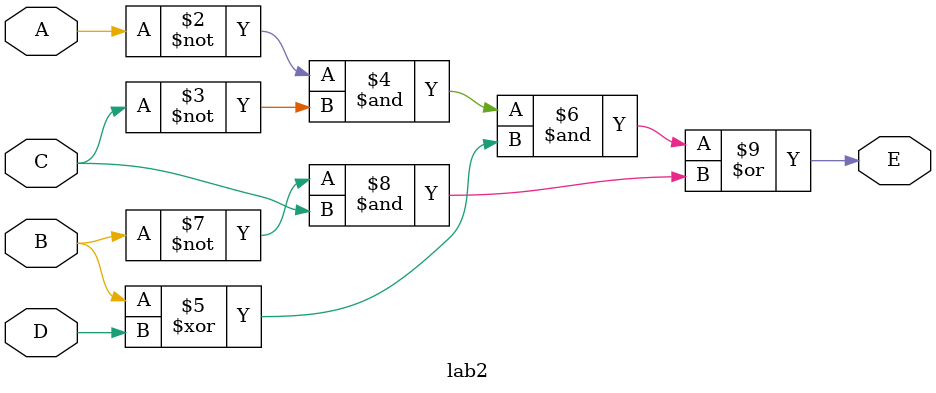
<source format=v>

module lab2 (E, A, B, C, D); 

   output reg E;
   input wire A, B, C, D;

   always @(A, B, C, D) begin
      // structural logic description (not minimized)
      E <= ((~A & ~C) & (B ^ D)) | (~B & C);
   end

endmodule

</source>
